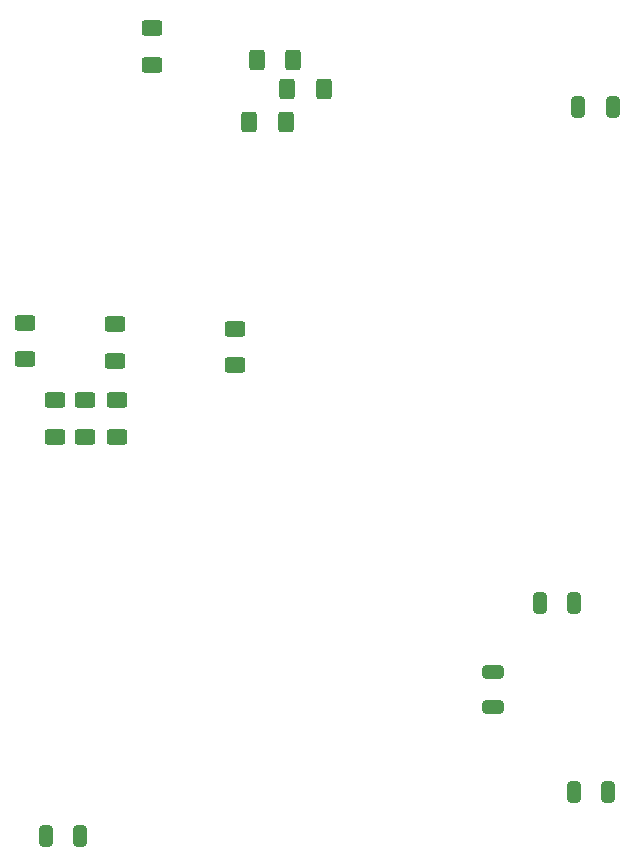
<source format=gbr>
%TF.GenerationSoftware,KiCad,Pcbnew,7.0.7-7.0.7~ubuntu20.04.1*%
%TF.CreationDate,2023-09-08T17:20:42+02:00*%
%TF.ProjectId,CPU_6809_board,4350555f-3638-4303-995f-626f6172642e,rev?*%
%TF.SameCoordinates,Original*%
%TF.FileFunction,Paste,Bot*%
%TF.FilePolarity,Positive*%
%FSLAX46Y46*%
G04 Gerber Fmt 4.6, Leading zero omitted, Abs format (unit mm)*
G04 Created by KiCad (PCBNEW 7.0.7-7.0.7~ubuntu20.04.1) date 2023-09-08 17:20:42*
%MOMM*%
%LPD*%
G01*
G04 APERTURE LIST*
G04 Aperture macros list*
%AMRoundRect*
0 Rectangle with rounded corners*
0 $1 Rounding radius*
0 $2 $3 $4 $5 $6 $7 $8 $9 X,Y pos of 4 corners*
0 Add a 4 corners polygon primitive as box body*
4,1,4,$2,$3,$4,$5,$6,$7,$8,$9,$2,$3,0*
0 Add four circle primitives for the rounded corners*
1,1,$1+$1,$2,$3*
1,1,$1+$1,$4,$5*
1,1,$1+$1,$6,$7*
1,1,$1+$1,$8,$9*
0 Add four rect primitives between the rounded corners*
20,1,$1+$1,$2,$3,$4,$5,0*
20,1,$1+$1,$4,$5,$6,$7,0*
20,1,$1+$1,$6,$7,$8,$9,0*
20,1,$1+$1,$8,$9,$2,$3,0*%
G04 Aperture macros list end*
%ADD10RoundRect,0.250000X0.625000X-0.400000X0.625000X0.400000X-0.625000X0.400000X-0.625000X-0.400000X0*%
%ADD11RoundRect,0.250000X0.325000X0.650000X-0.325000X0.650000X-0.325000X-0.650000X0.325000X-0.650000X0*%
%ADD12RoundRect,0.250000X-0.625000X0.400000X-0.625000X-0.400000X0.625000X-0.400000X0.625000X0.400000X0*%
%ADD13RoundRect,0.250000X-0.400000X-0.625000X0.400000X-0.625000X0.400000X0.625000X-0.400000X0.625000X0*%
%ADD14RoundRect,0.250000X-0.325000X-0.650000X0.325000X-0.650000X0.325000X0.650000X-0.325000X0.650000X0*%
%ADD15RoundRect,0.250000X0.400000X0.625000X-0.400000X0.625000X-0.400000X-0.625000X0.400000X-0.625000X0*%
%ADD16RoundRect,0.250000X-0.650000X0.325000X-0.650000X-0.325000X0.650000X-0.325000X0.650000X0.325000X0*%
G04 APERTURE END LIST*
D10*
%TO.C,R11*%
X145745200Y-65533200D03*
X145745200Y-62433200D03*
%TD*%
D11*
%TO.C,C2*%
X139652800Y-130810000D03*
X136702800Y-130810000D03*
%TD*%
D12*
%TO.C,R23*%
X142748000Y-93954000D03*
X142748000Y-97054000D03*
%TD*%
D10*
%TO.C,R20*%
X142621000Y-90603000D03*
X142621000Y-87503000D03*
%TD*%
D12*
%TO.C,R22*%
X140081000Y-93954000D03*
X140081000Y-97054000D03*
%TD*%
D10*
%TO.C,R24*%
X135001000Y-90476000D03*
X135001000Y-87376000D03*
%TD*%
D12*
%TO.C,R21*%
X137541000Y-93954000D03*
X137541000Y-97054000D03*
%TD*%
D13*
%TO.C,R1*%
X157180200Y-67559000D03*
X160280200Y-67559000D03*
%TD*%
D10*
%TO.C,R25*%
X152781000Y-90984000D03*
X152781000Y-87884000D03*
%TD*%
D14*
%TO.C,C7*%
X178533000Y-111135805D03*
X181483000Y-111135805D03*
%TD*%
%TO.C,C8*%
X181405000Y-127137805D03*
X184355000Y-127137805D03*
%TD*%
%TO.C,C3*%
X181786000Y-69088000D03*
X184736000Y-69088000D03*
%TD*%
D15*
%TO.C,R10*%
X157688800Y-65146000D03*
X154588800Y-65146000D03*
%TD*%
%TO.C,R9*%
X157027800Y-70353000D03*
X153927800Y-70353000D03*
%TD*%
D16*
%TO.C,C6*%
X174625000Y-116977805D03*
X174625000Y-119927805D03*
%TD*%
M02*

</source>
